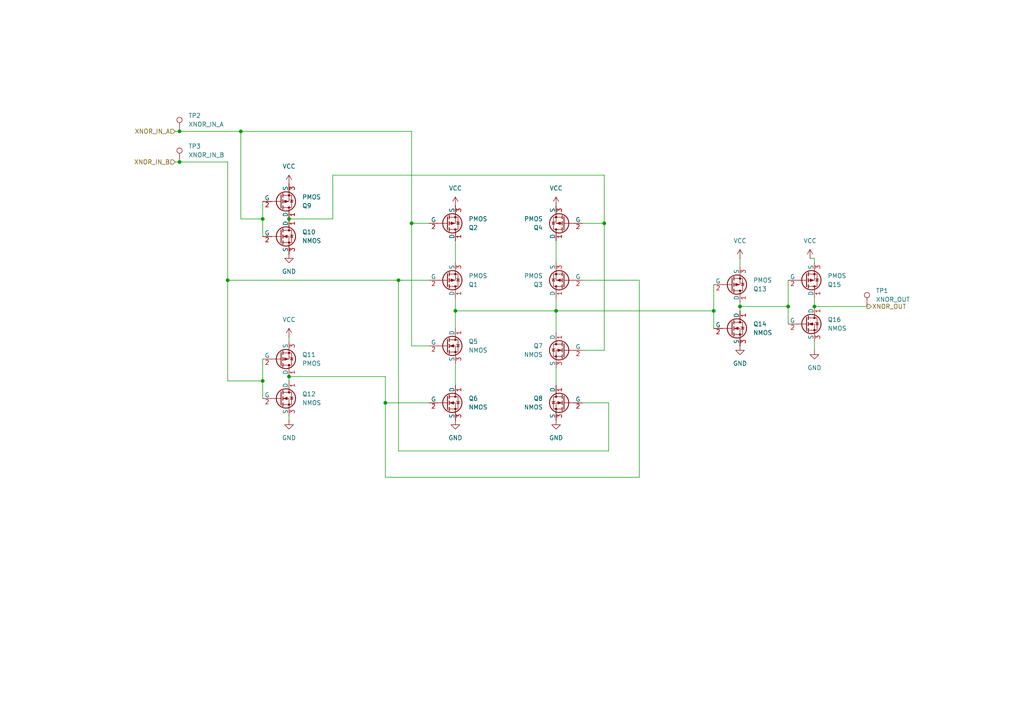
<source format=kicad_sch>
(kicad_sch (version 20250114) (generator "eeschema") (generator_version "9.0")
  (paper "A4")
  (lib_symbols
    (symbol "Connector:TestPoint" (pin_numbers (hide yes)) (pin_names (offset 0.762) (hide yes))
      (property "Reference" "TP" (at 0 6.858 0))
      (property "Value" "TestPoint" (at 0 5.08 0))
      (symbol "TestPoint_0_1"
        (circle (center 0 3.302) (radius 0.762))
      )
      (symbol "TestPoint_1_1"
        (pin passive line (at 0 0 90) (length 2.54) (name "1") (number "1"))
      )
    )
    (symbol "Simulation_SPICE:NMOS" (pin_names (offset 0))
      (property "Reference" "Q" (at 5.08 1.27 0))
      (property "Value" "NMOS" (at 5.08 -1.27 0))
      (symbol "NMOS_0_1"
        (polyline (pts (xy 0.254 1.905) (xy 0.254 -1.905)) (stroke (width 0.254)))
        (polyline (pts (xy 0.254 0) (xy -2.54 0)))
        (polyline (pts (xy 0.762 2.286) (xy 0.762 1.27)) (stroke (width 0.254)))
        (polyline (pts (xy 0.762 0.508) (xy 0.762 -0.508)) (stroke (width 0.254)))
        (polyline (pts (xy 0.762 -1.27) (xy 0.762 -2.286)) (stroke (width 0.254)))
        (polyline (pts (xy 0.762 -1.778) (xy 3.302 -1.778) (xy 3.302 1.778) (xy 0.762 1.778)))
        (polyline (pts (xy 1.016 0) (xy 2.032 0.381) (xy 2.032 -0.381) (xy 1.016 0)) (fill (type outline)))
        (circle (center 1.651 0) (radius 2.794) (stroke (width 0.254)))
        (polyline (pts (xy 2.54 2.54) (xy 2.54 1.778)))
        (circle (center 2.54 1.778) (radius 0.254) (fill (type outline)))
        (circle (center 2.54 -1.778) (radius 0.254) (fill (type outline)))
        (polyline (pts (xy 2.54 -2.54) (xy 2.54 0) (xy 0.762 0)))
        (polyline (pts (xy 2.794 0.508) (xy 2.921 0.381) (xy 3.683 0.381) (xy 3.81 0.254)))
        (polyline (pts (xy 3.302 0.381) (xy 2.921 -0.254) (xy 3.683 -0.254) (xy 3.302 0.381)))
      )
      (symbol "NMOS_1_1"
        (pin input line (at -5.08 0 0) (length 2.54) (name "G") (number "2"))
        (pin passive line (at 2.54 5.08 270) (length 2.54) (name "D") (number "1"))
        (pin passive line (at 2.54 -5.08 90) (length 2.54) (name "S") (number "3"))
      )
    )
    (symbol "Simulation_SPICE:PMOS" (pin_names (offset 0))
      (property "Reference" "Q" (at 5.08 1.27 0))
      (property "Value" "PMOS" (at 5.08 -1.27 0))
      (symbol "PMOS_0_1"
        (polyline (pts (xy 0.254 1.905) (xy 0.254 -1.905)) (stroke (width 0.254)))
        (polyline (pts (xy 0.254 0) (xy -2.54 0)))
        (polyline (pts (xy 0.762 2.286) (xy 0.762 1.27)) (stroke (width 0.254)))
        (polyline (pts (xy 0.762 1.778) (xy 3.302 1.778) (xy 3.302 -1.778) (xy 0.762 -1.778)))
        (polyline (pts (xy 0.762 0.508) (xy 0.762 -0.508)) (stroke (width 0.254)))
        (polyline (pts (xy 0.762 -1.27) (xy 0.762 -2.286)) (stroke (width 0.254)))
        (circle (center 1.651 0) (radius 2.794) (stroke (width 0.254)))
        (polyline (pts (xy 2.286 0) (xy 1.27 0.381) (xy 1.27 -0.381) (xy 2.286 0)) (fill (type outline)))
        (polyline (pts (xy 2.54 2.54) (xy 2.54 1.778)))
        (circle (center 2.54 1.778) (radius 0.254) (fill (type outline)))
        (circle (center 2.54 -1.778) (radius 0.254) (fill (type outline)))
        (polyline (pts (xy 2.54 -2.54) (xy 2.54 0) (xy 0.762 0)))
        (polyline (pts (xy 2.794 -0.508) (xy 2.921 -0.381) (xy 3.683 -0.381) (xy 3.81 -0.254)))
        (polyline (pts (xy 3.302 -0.381) (xy 2.921 0.254) (xy 3.683 0.254) (xy 3.302 -0.381)))
      )
      (symbol "PMOS_1_1"
        (pin input line (at -5.08 0 0) (length 2.54) (name "G") (number "2"))
        (pin passive line (at 2.54 5.08 270) (length 2.54) (name "D") (number "1"))
        (pin passive line (at 2.54 -5.08 90) (length 2.54) (name "S") (number "3"))
      )
    )
    (symbol "power:GND" (power) (pin_numbers (hide yes)) (pin_names (offset 0) (hide yes))
      (property "Value" "GND" (at 0 -3.81 0))
      (symbol "GND_0_1"
        (polyline (pts (xy 0 0) (xy 0 -1.27) (xy 1.27 -1.27) (xy 0 -2.54) (xy -1.27 -1.27) (xy 0 -1.27)))
      )
      (symbol "GND_1_1"
        (pin power_in line (at 0 0 270) (length 0) (name "~") (number "1"))
      )
    )
    (symbol "power:VCC" (power) (pin_numbers (hide yes)) (pin_names (offset 0) (hide yes))
      (property "Value" "VCC" (at 0 3.556 0))
      (symbol "VCC_0_1"
        (polyline (pts (xy -0.762 1.27) (xy 0 2.54)))
        (polyline (pts (xy 0 2.54) (xy 0.762 1.27)))
        (polyline (pts (xy 0 0) (xy 0 2.54)))
      )
      (symbol "VCC_1_1"
        (pin power_in line (at 0 0 90) (length 0) (name "~") (number "1"))
      )
    )
  )
  (junction (at 52.07 46.99))
  (junction (at 83.82 63.5))
  (junction (at 236.22 88.9))
  (junction (at 161.29 90.17))
  (junction (at 115.57 81.28))
  (junction (at 69.85 38.1))
  (junction (at 52.07 38.1))
  (junction (at 207.01 90.17))
  (junction (at 228.6 88.9))
  (junction (at 111.76 116.84))
  (junction (at 119.38 64.77))
  (junction (at 76.2 63.5))
  (junction (at 83.82 109.22))
  (junction (at 175.26 64.77))
  (junction (at 214.63 88.9))
  (junction (at 132.08 90.17))
  (junction (at 66.04 81.28))
  (junction (at 76.2 110.49))
  (wire (pts (xy 124.46 116.84) (xy 111.76 116.84)))
  (wire (pts (xy 236.22 74.93) (xy 234.95 74.93)))
  (wire (pts (xy 236.22 86.36) (xy 236.22 88.9)))
  (wire (pts (xy 132.08 105.41) (xy 132.08 111.76)))
  (wire (pts (xy 236.22 88.9) (xy 251.46 88.9)))
  (wire (pts (xy 111.76 109.22) (xy 111.76 116.84)))
  (wire (pts (xy 115.57 81.28) (xy 115.57 130.81)))
  (wire (pts (xy 119.38 100.33) (xy 124.46 100.33)))
  (wire (pts (xy 50.8 38.1) (xy 52.07 38.1)))
  (wire (pts (xy 185.42 81.28) (xy 168.91 81.28)))
  (wire (pts (xy 50.8 46.99) (xy 52.07 46.99)))
  (wire (pts (xy 83.82 109.22) (xy 111.76 109.22)))
  (wire (pts (xy 161.29 90.17) (xy 207.01 90.17)))
  (wire (pts (xy 66.04 81.28) (xy 115.57 81.28)))
  (wire (pts (xy 207.01 82.55) (xy 207.01 90.17)))
  (wire (pts (xy 132.08 76.2) (xy 132.08 69.85)))
  (wire (pts (xy 176.53 130.81) (xy 176.53 116.84)))
  (wire (pts (xy 161.29 106.68) (xy 161.29 111.76)))
  (wire (pts (xy 96.52 63.5) (xy 96.52 50.8)))
  (wire (pts (xy 66.04 46.99) (xy 66.04 81.28)))
  (wire (pts (xy 66.04 81.28) (xy 66.04 110.49)))
  (wire (pts (xy 161.29 86.36) (xy 161.29 90.17)))
  (wire (pts (xy 132.08 90.17) (xy 161.29 90.17)))
  (wire (pts (xy 52.07 38.1) (xy 69.85 38.1)))
  (wire (pts (xy 76.2 104.14) (xy 76.2 110.49)))
  (wire (pts (xy 214.63 88.9) (xy 214.63 90.17)))
  (wire (pts (xy 96.52 50.8) (xy 175.26 50.8)))
  (wire (pts (xy 168.91 64.77) (xy 175.26 64.77)))
  (wire (pts (xy 185.42 138.43) (xy 185.42 81.28)))
  (wire (pts (xy 236.22 99.06) (xy 236.22 101.6)))
  (wire (pts (xy 111.76 116.84) (xy 111.76 138.43)))
  (wire (pts (xy 175.26 50.8) (xy 175.26 64.77)))
  (wire (pts (xy 115.57 130.81) (xy 176.53 130.81)))
  (wire (pts (xy 69.85 38.1) (xy 69.85 63.5)))
  (wire (pts (xy 83.82 63.5) (xy 96.52 63.5)))
  (wire (pts (xy 66.04 110.49) (xy 76.2 110.49)))
  (wire (pts (xy 236.22 76.2) (xy 236.22 74.93)))
  (wire (pts (xy 83.82 110.49) (xy 83.82 109.22)))
  (wire (pts (xy 83.82 99.06) (xy 83.82 97.79)))
  (wire (pts (xy 228.6 88.9) (xy 228.6 93.98)))
  (wire (pts (xy 132.08 86.36) (xy 132.08 90.17)))
  (wire (pts (xy 207.01 90.17) (xy 207.01 95.25)))
  (wire (pts (xy 161.29 69.85) (xy 161.29 76.2)))
  (wire (pts (xy 214.63 88.9) (xy 228.6 88.9)))
  (wire (pts (xy 111.76 138.43) (xy 185.42 138.43)))
  (wire (pts (xy 119.38 64.77) (xy 119.38 100.33)))
  (wire (pts (xy 124.46 81.28) (xy 115.57 81.28)))
  (wire (pts (xy 69.85 63.5) (xy 76.2 63.5)))
  (wire (pts (xy 119.38 38.1) (xy 119.38 64.77)))
  (wire (pts (xy 124.46 64.77) (xy 119.38 64.77)))
  (wire (pts (xy 176.53 116.84) (xy 168.91 116.84)))
  (wire (pts (xy 175.26 64.77) (xy 175.26 101.6)))
  (wire (pts (xy 175.26 101.6) (xy 168.91 101.6)))
  (wire (pts (xy 214.63 87.63) (xy 214.63 88.9)))
  (wire (pts (xy 69.85 38.1) (xy 119.38 38.1)))
  (wire (pts (xy 132.08 90.17) (xy 132.08 95.25)))
  (wire (pts (xy 161.29 90.17) (xy 161.29 96.52)))
  (wire (pts (xy 228.6 81.28) (xy 228.6 88.9)))
  (wire (pts (xy 214.63 74.93) (xy 214.63 77.47)))
  (wire (pts (xy 76.2 63.5) (xy 76.2 68.58)))
  (wire (pts (xy 76.2 58.42) (xy 76.2 63.5)))
  (wire (pts (xy 83.82 121.92) (xy 83.82 120.65)))
  (wire (pts (xy 52.07 46.99) (xy 66.04 46.99)))
  (wire (pts (xy 76.2 110.49) (xy 76.2 115.57)))
  (hierarchical_label "XNOR_IN_A" (shape input) (at 50.8 38.1 180))
  (hierarchical_label "XNOR_IN_B" (shape input) (at 50.8 46.99 180))
  (hierarchical_label "XNOR_OUT" (shape output) (at 251.46 88.9 0))
  (symbol (lib_id "Simulation_SPICE:NMOS") (at 81.28 115.57 0) (unit 1)
    (property "Reference" "Q12" (at 87.63 114.2999 0) (effects (justify left)))
    (property "Value" "NMOS" (at 87.63 116.8399 0) (effects (justify left)))
    (property "Footprint" "Package_TO_SOT_THT:TO-92L_Inline_Wide" (effects (hide yes)))
    (property "Datasheet" "https://ngspice.sourceforge.io/docs/ngspice-html-manual/manual.xhtml#cha_MOSFETs" (effects (hide yes)))
    (property "Description" "N-MOSFET transistor, drain/source/gate" (effects (hide yes)))
    (property "Sim.Device" "NMOS" (effects (hide yes)))
    (property "Sim.Type" "MOS1" (effects (hide yes)))
    (property "Sim.Pins" "1=D 2=G 3=S" (effects (hide yes)))
  )
  (symbol (lib_id "Simulation_SPICE:PMOS") (at 233.68 81.28 0) (mirror x) (unit 1)
    (property "Reference" "Q15" (at 240.03 82.5501 0) (effects (justify left)))
    (property "Value" "PMOS" (at 240.03 80.0101 0) (effects (justify left)))
    (property "Footprint" "Package_TO_SOT_THT:TO-92L_Inline_Wide" (effects (hide yes)))
    (property "Datasheet" "https://ngspice.sourceforge.io/docs/ngspice-html-manual/manual.xhtml#cha_MOSFETs" (effects (hide yes)))
    (property "Description" "P-MOSFET transistor, drain/source/gate" (effects (hide yes)))
    (property "Sim.Device" "PMOS" (effects (hide yes)))
    (property "Sim.Type" "MOS1" (effects (hide yes)))
    (property "Sim.Pins" "1=D 2=G 3=S" (effects (hide yes)))
  )
  (symbol (lib_id "Simulation_SPICE:NMOS") (at 81.28 68.58 0) (unit 1)
    (property "Reference" "Q10" (at 87.63 67.3099 0) (effects (justify left)))
    (property "Value" "NMOS" (at 87.63 69.8499 0) (effects (justify left)))
    (property "Footprint" "Package_TO_SOT_THT:TO-92L_Inline_Wide" (effects (hide yes)))
    (property "Datasheet" "https://ngspice.sourceforge.io/docs/ngspice-html-manual/manual.xhtml#cha_MOSFETs" (effects (hide yes)))
    (property "Description" "N-MOSFET transistor, drain/source/gate" (effects (hide yes)))
    (property "Sim.Device" "NMOS" (effects (hide yes)))
    (property "Sim.Type" "MOS1" (effects (hide yes)))
    (property "Sim.Pins" "1=D 2=G 3=S" (effects (hide yes)))
  )
  (symbol (lib_id "Connector:TestPoint") (at 251.46 88.9 0) (unit 1)
    (property "Reference" "TP1" (at 254 84.3279 0) (effects (justify left)))
    (property "Value" "XNOR_OUT" (at 254 86.8679 0) (effects (justify left)))
    (property "Footprint" "TestPoint:TestPoint_Pad_D2.0mm" (effects (hide yes)))
    (property "Description" "test point" (effects (hide yes)))
  )
  (symbol (lib_id "power:VCC") (at 83.82 97.79 0) (unit 1)
    (property "Reference" "#PWR4" (effects (hide yes)))
    (property "Value" "VCC" (at 83.82 92.71 0))
    (property "Description" "Power symbol creates a global label with name \"VCC\"" (effects (hide yes)))
  )
  (symbol (lib_id "Simulation_SPICE:PMOS") (at 129.54 64.77 0) (mirror x) (unit 1)
    (property "Reference" "Q2" (at 135.89 66.0401 0) (effects (justify left)))
    (property "Value" "PMOS" (at 135.89 63.5001 0) (effects (justify left)))
    (property "Footprint" "Package_TO_SOT_THT:TO-92L_Inline_Wide" (effects (hide yes)))
    (property "Datasheet" "https://ngspice.sourceforge.io/docs/ngspice-html-manual/manual.xhtml#cha_MOSFETs" (effects (hide yes)))
    (property "Description" "P-MOSFET transistor, drain/source/gate" (effects (hide yes)))
    (property "Sim.Device" "PMOS" (effects (hide yes)))
    (property "Sim.Type" "MOS1" (effects (hide yes)))
    (property "Sim.Pins" "1=D 2=G 3=S" (effects (hide yes)))
  )
  (symbol (lib_id "power:GND") (at 83.82 73.66 0) (unit 1)
    (property "Reference" "#PWR2" (effects (hide yes)))
    (property "Value" "GND" (at 83.82 78.74 0))
    (property "Description" "Power symbol creates a global label with name \"GND\" , ground" (effects (hide yes)))
  )
  (symbol (lib_id "Simulation_SPICE:NMOS") (at 129.54 100.33 0) (unit 1)
    (property "Reference" "Q5" (at 135.89 99.0599 0) (effects (justify left)))
    (property "Value" "NMOS" (at 135.89 101.5999 0) (effects (justify left)))
    (property "Footprint" "Package_TO_SOT_THT:TO-92L_Inline_Wide" (effects (hide yes)))
    (property "Datasheet" "https://ngspice.sourceforge.io/docs/ngspice-html-manual/manual.xhtml#cha_MOSFETs" (effects (hide yes)))
    (property "Description" "N-MOSFET transistor, drain/source/gate" (effects (hide yes)))
    (property "Sim.Device" "NMOS" (effects (hide yes)))
    (property "Sim.Type" "MOS1" (effects (hide yes)))
    (property "Sim.Pins" "1=D 2=G 3=S" (effects (hide yes)))
  )
  (symbol (lib_id "Simulation_SPICE:NMOS") (at 233.68 93.98 0) (unit 1)
    (property "Reference" "Q16" (at 240.03 92.7099 0) (effects (justify left)))
    (property "Value" "NMOS" (at 240.03 95.2499 0) (effects (justify left)))
    (property "Footprint" "Package_TO_SOT_THT:TO-92L_Inline_Wide" (effects (hide yes)))
    (property "Datasheet" "https://ngspice.sourceforge.io/docs/ngspice-html-manual/manual.xhtml#cha_MOSFETs" (effects (hide yes)))
    (property "Description" "N-MOSFET transistor, drain/source/gate" (effects (hide yes)))
    (property "Sim.Device" "NMOS" (effects (hide yes)))
    (property "Sim.Type" "MOS1" (effects (hide yes)))
    (property "Sim.Pins" "1=D 2=G 3=S" (effects (hide yes)))
  )
  (symbol (lib_id "power:GND") (at 83.82 121.92 0) (unit 1)
    (property "Reference" "#PWR11" (effects (hide yes)))
    (property "Value" "GND" (at 83.82 127 0))
    (property "Description" "Power symbol creates a global label with name \"GND\" , ground" (effects (hide yes)))
  )
  (symbol (lib_id "power:VCC") (at 234.95 74.93 0) (unit 1)
    (property "Reference" "#PWR8" (effects (hide yes)))
    (property "Value" "VCC" (at 234.95 69.85 0))
    (property "Description" "Power symbol creates a global label with name \"VCC\"" (effects (hide yes)))
  )
  (symbol (lib_id "Connector:TestPoint") (at 52.07 38.1 0) (unit 1)
    (property "Reference" "TP2" (at 54.61 33.5279 0) (effects (justify left)))
    (property "Value" "XNOR_IN_A" (at 54.61 36.0679 0) (effects (justify left)))
    (property "Footprint" "TestPoint:TestPoint_Pad_D2.0mm" (effects (hide yes)))
    (property "Description" "test point" (effects (hide yes)))
  )
  (symbol (lib_id "power:VCC") (at 83.82 53.34 0) (unit 1)
    (property "Reference" "#PWR3" (effects (hide yes)))
    (property "Value" "VCC" (at 83.82 48.26 0))
    (property "Description" "Power symbol creates a global label with name \"VCC\"" (effects (hide yes)))
  )
  (symbol (lib_id "Connector:TestPoint") (at 52.07 46.99 0) (unit 1)
    (property "Reference" "TP3" (at 54.61 42.4179 0) (effects (justify left)))
    (property "Value" "XNOR_IN_B" (at 54.61 44.9579 0) (effects (justify left)))
    (property "Footprint" "TestPoint:TestPoint_Pad_D2.0mm" (effects (hide yes)))
    (property "Description" "test point" (effects (hide yes)))
  )
  (symbol (lib_id "Simulation_SPICE:NMOS") (at 163.83 101.6 0) (mirror y) (unit 1)
    (property "Reference" "Q7" (at 157.48 100.3299 0) (effects (justify left)))
    (property "Value" "NMOS" (at 157.48 102.8699 0) (effects (justify left)))
    (property "Footprint" "Package_TO_SOT_THT:TO-92L_Inline_Wide" (effects (hide yes)))
    (property "Datasheet" "https://ngspice.sourceforge.io/docs/ngspice-html-manual/manual.xhtml#cha_MOSFETs" (effects (hide yes)))
    (property "Description" "N-MOSFET transistor, drain/source/gate" (effects (hide yes)))
    (property "Sim.Device" "NMOS" (effects (hide yes)))
    (property "Sim.Type" "MOS1" (effects (hide yes)))
    (property "Sim.Pins" "1=D 2=G 3=S" (effects (hide yes)))
  )
  (symbol (lib_id "power:GND") (at 214.63 100.33 0) (unit 1)
    (property "Reference" "#PWR9" (effects (hide yes)))
    (property "Value" "GND" (at 214.63 105.41 0))
    (property "Description" "Power symbol creates a global label with name \"GND\" , ground" (effects (hide yes)))
  )
  (symbol (lib_id "power:GND") (at 132.08 121.92 0) (unit 1)
    (property "Reference" "#PWR12" (effects (hide yes)))
    (property "Value" "GND" (at 132.08 127 0))
    (property "Description" "Power symbol creates a global label with name \"GND\" , ground" (effects (hide yes)))
  )
  (symbol (lib_id "power:VCC") (at 132.08 59.69 0) (unit 1)
    (property "Reference" "#PWR6" (effects (hide yes)))
    (property "Value" "VCC" (at 132.08 54.61 0))
    (property "Description" "Power symbol creates a global label with name \"VCC\"" (effects (hide yes)))
  )
  (symbol (lib_id "power:GND") (at 236.22 101.6 0) (unit 1)
    (property "Reference" "#PWR10" (effects (hide yes)))
    (property "Value" "GND" (at 236.22 106.68 0))
    (property "Description" "Power symbol creates a global label with name \"GND\" , ground" (effects (hide yes)))
  )
  (symbol (lib_id "power:VCC") (at 161.29 59.69 0) (unit 1)
    (property "Reference" "#PWR5" (effects (hide yes)))
    (property "Value" "VCC" (at 161.29 54.61 0))
    (property "Description" "Power symbol creates a global label with name \"VCC\"" (effects (hide yes)))
  )
  (symbol (lib_id "Simulation_SPICE:PMOS") (at 163.83 64.77 180) (unit 1)
    (property "Reference" "Q4" (at 157.48 66.0401 0) (effects (justify left)))
    (property "Value" "PMOS" (at 157.48 63.5001 0) (effects (justify left)))
    (property "Footprint" "Package_TO_SOT_THT:TO-92L_Inline_Wide" (effects (hide yes)))
    (property "Datasheet" "https://ngspice.sourceforge.io/docs/ngspice-html-manual/manual.xhtml#cha_MOSFETs" (effects (hide yes)))
    (property "Description" "P-MOSFET transistor, drain/source/gate" (effects (hide yes)))
    (property "Sim.Device" "PMOS" (effects (hide yes)))
    (property "Sim.Type" "MOS1" (effects (hide yes)))
    (property "Sim.Pins" "1=D 2=G 3=S" (effects (hide yes)))
  )
  (symbol (lib_id "Simulation_SPICE:NMOS") (at 129.54 116.84 0) (unit 1)
    (property "Reference" "Q6" (at 135.89 115.5699 0) (effects (justify left)))
    (property "Value" "NMOS" (at 135.89 118.1099 0) (effects (justify left)))
    (property "Footprint" "Package_TO_SOT_THT:TO-92L_Inline_Wide" (effects (hide yes)))
    (property "Datasheet" "https://ngspice.sourceforge.io/docs/ngspice-html-manual/manual.xhtml#cha_MOSFETs" (effects (hide yes)))
    (property "Description" "N-MOSFET transistor, drain/source/gate" (effects (hide yes)))
    (property "Sim.Device" "NMOS" (effects (hide yes)))
    (property "Sim.Type" "MOS1" (effects (hide yes)))
    (property "Sim.Pins" "1=D 2=G 3=S" (effects (hide yes)))
  )
  (symbol (lib_id "Simulation_SPICE:NMOS") (at 212.09 95.25 0) (unit 1)
    (property "Reference" "Q14" (at 218.44 93.9799 0) (effects (justify left)))
    (property "Value" "NMOS" (at 218.44 96.5199 0) (effects (justify left)))
    (property "Footprint" "Package_TO_SOT_THT:TO-92L_Inline_Wide" (effects (hide yes)))
    (property "Datasheet" "https://ngspice.sourceforge.io/docs/ngspice-html-manual/manual.xhtml#cha_MOSFETs" (effects (hide yes)))
    (property "Description" "N-MOSFET transistor, drain/source/gate" (effects (hide yes)))
    (property "Sim.Device" "NMOS" (effects (hide yes)))
    (property "Sim.Type" "MOS1" (effects (hide yes)))
    (property "Sim.Pins" "1=D 2=G 3=S" (effects (hide yes)))
  )
  (symbol (lib_id "Simulation_SPICE:PMOS") (at 81.28 58.42 0) (mirror x) (unit 1)
    (property "Reference" "Q9" (at 87.63 59.6901 0) (effects (justify left)))
    (property "Value" "PMOS" (at 87.63 57.1501 0) (effects (justify left)))
    (property "Footprint" "Package_TO_SOT_THT:TO-92L_Inline_Wide" (effects (hide yes)))
    (property "Datasheet" "https://ngspice.sourceforge.io/docs/ngspice-html-manual/manual.xhtml#cha_MOSFETs" (effects (hide yes)))
    (property "Description" "P-MOSFET transistor, drain/source/gate" (effects (hide yes)))
    (property "Sim.Device" "PMOS" (effects (hide yes)))
    (property "Sim.Type" "MOS1" (effects (hide yes)))
    (property "Sim.Pins" "1=D 2=G 3=S" (effects (hide yes)))
  )
  (symbol (lib_id "Simulation_SPICE:PMOS") (at 163.83 81.28 180) (unit 1)
    (property "Reference" "Q3" (at 157.48 82.5501 0) (effects (justify left)))
    (property "Value" "PMOS" (at 157.48 80.0101 0) (effects (justify left)))
    (property "Footprint" "Package_TO_SOT_THT:TO-92L_Inline_Wide" (effects (hide yes)))
    (property "Datasheet" "https://ngspice.sourceforge.io/docs/ngspice-html-manual/manual.xhtml#cha_MOSFETs" (effects (hide yes)))
    (property "Description" "P-MOSFET transistor, drain/source/gate" (effects (hide yes)))
    (property "Sim.Device" "PMOS" (effects (hide yes)))
    (property "Sim.Type" "MOS1" (effects (hide yes)))
    (property "Sim.Pins" "1=D 2=G 3=S" (effects (hide yes)))
  )
  (symbol (lib_id "power:VCC") (at 214.63 74.93 0) (unit 1)
    (property "Reference" "#PWR7" (effects (hide yes)))
    (property "Value" "VCC" (at 214.63 69.85 0))
    (property "Description" "Power symbol creates a global label with name \"VCC\"" (effects (hide yes)))
  )
  (symbol (lib_id "Simulation_SPICE:PMOS") (at 81.28 104.14 0) (mirror x) (unit 1)
    (property "Reference" "Q11" (at 87.63 102.8699 0) (effects (justify left)))
    (property "Value" "PMOS" (at 87.63 105.4099 0) (effects (justify left)))
    (property "Footprint" "Package_TO_SOT_THT:TO-92L_Inline_Wide" (effects (hide yes)))
    (property "Datasheet" "https://ngspice.sourceforge.io/docs/ngspice-html-manual/manual.xhtml#cha_MOSFETs" (effects (hide yes)))
    (property "Description" "P-MOSFET transistor, drain/source/gate" (effects (hide yes)))
    (property "Sim.Device" "PMOS" (effects (hide yes)))
    (property "Sim.Type" "MOS1" (effects (hide yes)))
    (property "Sim.Pins" "1=D 2=G 3=S" (effects (hide yes)))
  )
  (symbol (lib_id "Simulation_SPICE:PMOS") (at 212.09 82.55 0) (mirror x) (unit 1)
    (property "Reference" "Q13" (at 218.44 83.8201 0) (effects (justify left)))
    (property "Value" "PMOS" (at 218.44 81.2801 0) (effects (justify left)))
    (property "Footprint" "Package_TO_SOT_THT:TO-92L_Inline_Wide" (effects (hide yes)))
    (property "Datasheet" "https://ngspice.sourceforge.io/docs/ngspice-html-manual/manual.xhtml#cha_MOSFETs" (effects (hide yes)))
    (property "Description" "P-MOSFET transistor, drain/source/gate" (effects (hide yes)))
    (property "Sim.Device" "PMOS" (effects (hide yes)))
    (property "Sim.Type" "MOS1" (effects (hide yes)))
    (property "Sim.Pins" "1=D 2=G 3=S" (effects (hide yes)))
  )
  (symbol (lib_id "Simulation_SPICE:PMOS") (at 129.54 81.28 0) (mirror x) (unit 1)
    (property "Reference" "Q1" (at 135.89 82.5501 0) (effects (justify left)))
    (property "Value" "PMOS" (at 135.89 80.0101 0) (effects (justify left)))
    (property "Footprint" "Package_TO_SOT_THT:TO-92L_Inline_Wide" (effects (hide yes)))
    (property "Datasheet" "https://ngspice.sourceforge.io/docs/ngspice-html-manual/manual.xhtml#cha_MOSFETs" (effects (hide yes)))
    (property "Description" "P-MOSFET transistor, drain/source/gate" (effects (hide yes)))
    (property "Sim.Device" "PMOS" (effects (hide yes)))
    (property "Sim.Type" "MOS1" (effects (hide yes)))
    (property "Sim.Pins" "1=D 2=G 3=S" (effects (hide yes)))
  )
  (symbol (lib_id "Simulation_SPICE:NMOS") (at 163.83 116.84 0) (mirror y) (unit 1)
    (property "Reference" "Q8" (at 157.48 115.5699 0) (effects (justify left)))
    (property "Value" "NMOS" (at 157.48 118.1099 0) (effects (justify left)))
    (property "Footprint" "Package_TO_SOT_THT:TO-92L_Inline_Wide" (effects (hide yes)))
    (property "Datasheet" "https://ngspice.sourceforge.io/docs/ngspice-html-manual/manual.xhtml#cha_MOSFETs" (effects (hide yes)))
    (property "Description" "N-MOSFET transistor, drain/source/gate" (effects (hide yes)))
    (property "Sim.Device" "NMOS" (effects (hide yes)))
    (property "Sim.Type" "MOS1" (effects (hide yes)))
    (property "Sim.Pins" "1=D 2=G 3=S" (effects (hide yes)))
  )
  (symbol (lib_id "power:GND") (at 161.29 121.92 0) (unit 1)
    (property "Reference" "#PWR1" (effects (hide yes)))
    (property "Value" "GND" (at 161.29 127 0))
    (property "Description" "Power symbol creates a global label with name \"GND\" , ground" (effects (hide yes)))
  )
)
</source>
